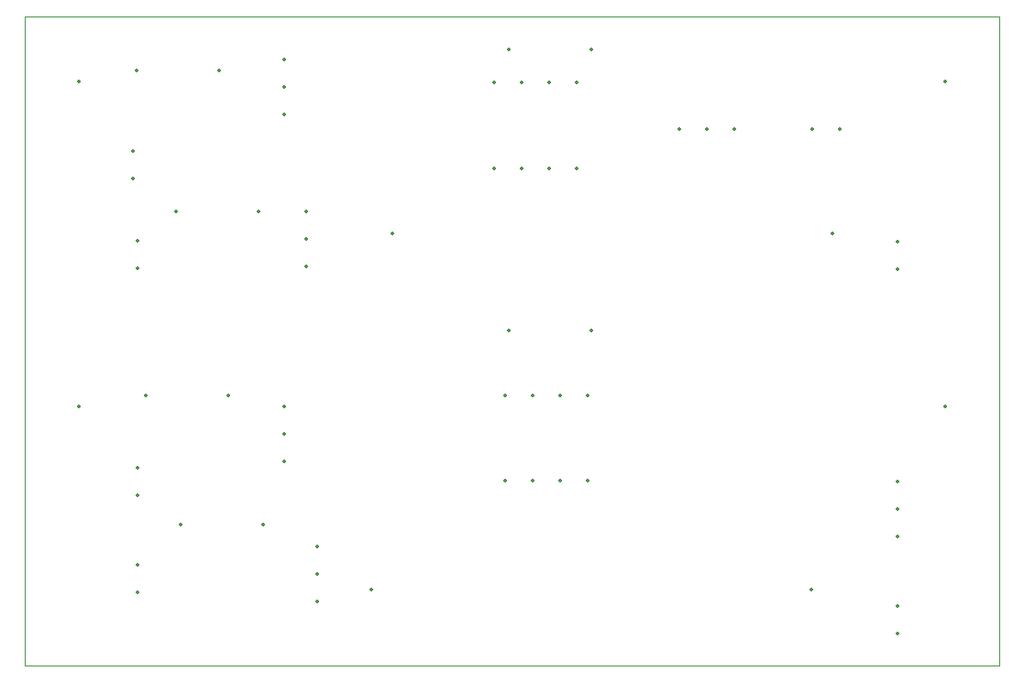
<source format=gbr>
%TF.GenerationSoftware,KiCad,Pcbnew,8.0.6*%
%TF.CreationDate,2025-01-22T12:45:06+00:00*%
%TF.ProjectId,custom_driver,63757374-6f6d-45f6-9472-697665722e6b,rev?*%
%TF.SameCoordinates,Original*%
%TF.FileFunction,Profile,NP*%
%FSLAX46Y46*%
G04 Gerber Fmt 4.6, Leading zero omitted, Abs format (unit mm)*
G04 Created by KiCad (PCBNEW 8.0.6) date 2025-01-22 12:45:06*
%MOMM*%
%LPD*%
G01*
G04 APERTURE LIST*
%TA.AperFunction,Profile*%
%ADD10C,0.050000*%
%TD*%
%ADD11C,0.350000*%
G04 APERTURE END LIST*
D10*
X95000000Y-62000000D02*
X185000000Y-62000000D01*
X185000000Y-122000000D01*
X95000000Y-122000000D01*
X95000000Y-62000000D01*
D11*
X113000000Y-67000000D03*
X105380000Y-67000000D03*
X113810000Y-97000000D03*
X106190000Y-97000000D03*
X109000000Y-80000000D03*
X116620000Y-80000000D03*
X117000000Y-109000000D03*
X109380000Y-109000000D03*
X119000000Y-71000000D03*
X119000000Y-68460000D03*
X119000000Y-65920000D03*
X105000000Y-74460000D03*
X105000000Y-77000000D03*
X175600000Y-119000000D03*
X175600000Y-116460000D03*
X105400000Y-82700000D03*
X105400000Y-85240000D03*
X170300000Y-72400000D03*
X167760000Y-72400000D03*
X139685000Y-91000000D03*
X147305000Y-91000000D03*
X105400000Y-112700000D03*
X105400000Y-115240000D03*
X146000000Y-68060000D03*
X143460000Y-68060000D03*
X140920000Y-68060000D03*
X138380000Y-68060000D03*
X138380000Y-76000000D03*
X140920000Y-76000000D03*
X143460000Y-76000000D03*
X146000000Y-76000000D03*
X180000000Y-68000000D03*
X175600000Y-110025000D03*
X175600000Y-107485000D03*
X175600000Y-104945000D03*
X175600000Y-85300000D03*
X175600000Y-82760000D03*
X100000000Y-98000000D03*
X122000000Y-116080000D03*
X122000000Y-113540000D03*
X122000000Y-111000000D03*
X121000000Y-85080000D03*
X121000000Y-82540000D03*
X121000000Y-80000000D03*
X127000000Y-115000000D03*
X167640000Y-115000000D03*
X139685000Y-65000000D03*
X147305000Y-65000000D03*
X100000000Y-68000000D03*
X160525000Y-72400000D03*
X157985000Y-72400000D03*
X155445000Y-72400000D03*
X119000000Y-103080000D03*
X119000000Y-100540000D03*
X119000000Y-98000000D03*
X129000000Y-82000000D03*
X169640000Y-82000000D03*
X147000000Y-97000000D03*
X144460000Y-97000000D03*
X141920000Y-97000000D03*
X139380000Y-97000000D03*
X139380000Y-104940000D03*
X141920000Y-104940000D03*
X144460000Y-104940000D03*
X147000000Y-104940000D03*
X105400000Y-103700000D03*
X105400000Y-106240000D03*
X180000000Y-98000000D03*
M02*

</source>
